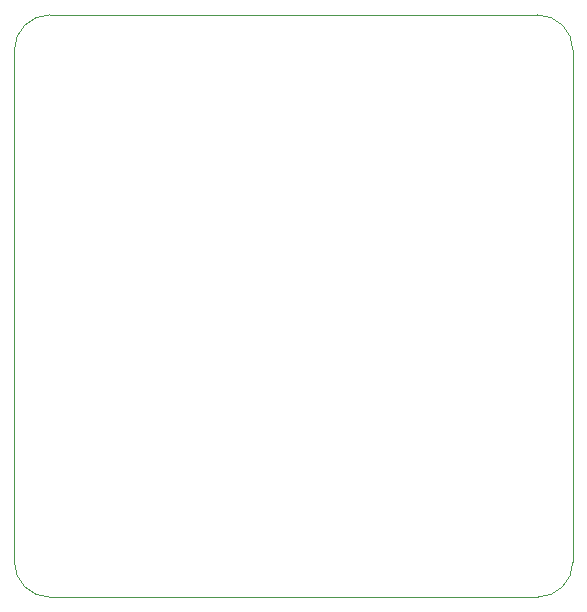
<source format=gm1>
%TF.GenerationSoftware,KiCad,Pcbnew,8.0.1*%
%TF.CreationDate,2024-09-08T16:24:45+01:00*%
%TF.ProjectId,BaselineRP2040MotorController,42617365-6c69-46e6-9552-50323034304d,rev?*%
%TF.SameCoordinates,Original*%
%TF.FileFunction,Profile,NP*%
%FSLAX46Y46*%
G04 Gerber Fmt 4.6, Leading zero omitted, Abs format (unit mm)*
G04 Created by KiCad (PCBNEW 8.0.1) date 2024-09-08 16:24:45*
%MOMM*%
%LPD*%
G01*
G04 APERTURE LIST*
%TA.AperFunction,Profile*%
%ADD10C,0.050000*%
%TD*%
G04 APERTURE END LIST*
D10*
X42050000Y-52450000D02*
X83350000Y-52450000D01*
X83350000Y-101750000D02*
X42050000Y-101750000D01*
X39050000Y-98750000D02*
X39050000Y-55450000D01*
X86350000Y-55450000D02*
X86350000Y-98750000D01*
X39050000Y-55450000D02*
G75*
G02*
X42050000Y-52450000I3000000J0D01*
G01*
X42050000Y-101750000D02*
G75*
G02*
X39050000Y-98750000I0J3000000D01*
G01*
X83350000Y-52450000D02*
G75*
G02*
X86350000Y-55450000I0J-3000000D01*
G01*
X86350000Y-98750000D02*
G75*
G02*
X83350000Y-101750000I-3000000J0D01*
G01*
M02*

</source>
